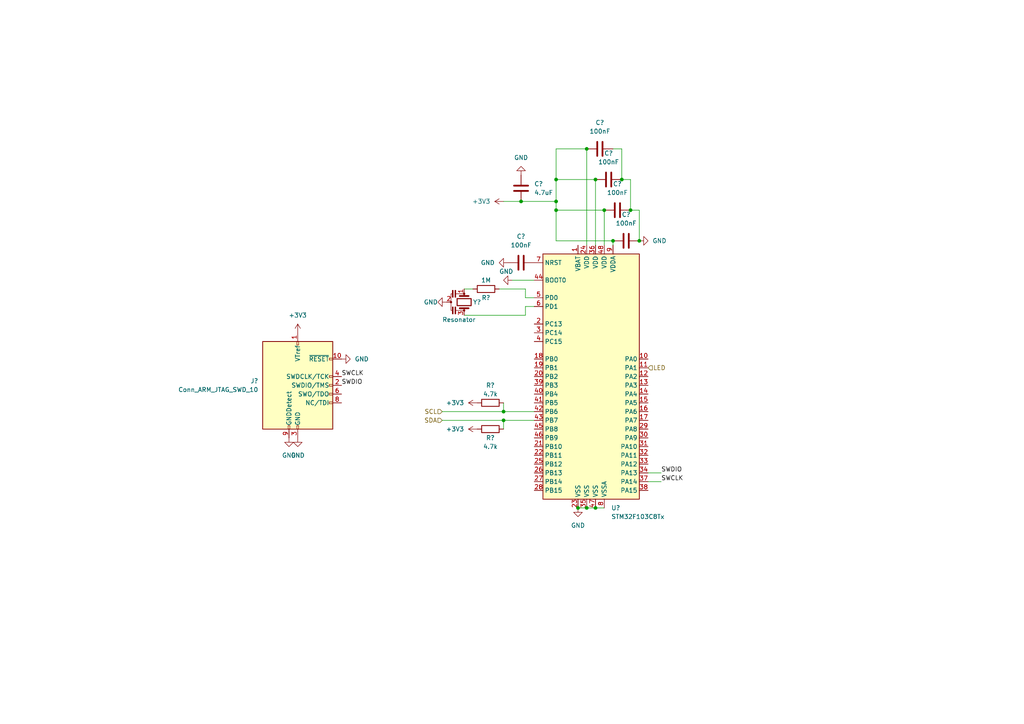
<source format=kicad_sch>
(kicad_sch (version 20230121) (generator eeschema)
  (paper "A4")
  (lib_symbols
    (symbol "Connector:Conn_ARM_JTAG_SWD_10" (pin_names (offset 1.016))
      (property "Reference" "J" (at -2.54 16.51 0))
      (property "Value" "Conn_ARM_JTAG_SWD_10" (at -2.54 13.97 0))
      (symbol "Conn_ARM_JTAG_SWD_10_0_1"
        (rectangle (start -10.16 12.7) (end 10.16 -12.7) (stroke (width 0.254)) (fill (type background)))
        (rectangle (start -2.794 -12.7) (end -2.286 -11.684))
        (rectangle (start -0.254 -12.7) (end 0.254 -11.684))
        (rectangle (start -0.254 12.7) (end 0.254 11.684))
        (rectangle (start 9.144 2.286) (end 10.16 2.794))
        (rectangle (start 10.16 -2.794) (end 9.144 -2.286))
        (rectangle (start 10.16 -0.254) (end 9.144 0.254))
        (rectangle (start 10.16 7.874) (end 9.144 7.366))
      )
      (symbol "Conn_ARM_JTAG_SWD_10_1_1"
        (rectangle (start 9.144 -5.334) (end 10.16 -4.826))
        (pin power_in line (at 0 15.24 270) (length 2.54) (name "VTref") (number "1"))
        (pin open_collector line (at 12.7 7.62 180) (length 2.54) (name "~{RESET}") (number "10"))
        (pin bidirectional line (at 12.7 0 180) (length 2.54) (name "SWDIO/TMS") (number "2"))
        (pin power_in line (at 0 -15.24 90) (length 2.54) (name "GND") (number "3"))
        (pin output line (at 12.7 2.54 180) (length 2.54) (name "SWDCLK/TCK") (number "4"))
        (pin passive line (at 0 -15.24 90) (length 2.54) hide (name "GND") (number "5"))
        (pin input line (at 12.7 -2.54 180) (length 2.54) (name "SWO/TDO") (number "6"))
        (pin no_connect line (at -10.16 0 0) (length 2.54) hide (name "KEY") (number "7"))
        (pin output line (at 12.7 -5.08 180) (length 2.54) (name "NC/TDI") (number "8"))
        (pin passive line (at -2.54 -15.24 90) (length 2.54) (name "GNDDetect") (number "9"))
      )
    )
    (symbol "Device:C" (pin_numbers hide) (pin_names (offset 0.254))
      (property "Reference" "C" (at 0.635 2.54 0))
      (property "Value" "C" (at 0.635 -2.54 0))
      (symbol "C_0_1"
        (polyline (pts (xy -2.032 -0.762) (xy 2.032 -0.762)) (stroke (width 0.508)))
        (polyline (pts (xy -2.032 0.762) (xy 2.032 0.762)) (stroke (width 0.508)))
      )
      (symbol "C_1_1"
        (pin passive line (at 0 3.81 270) (length 2.794) (name "~") (number "1"))
        (pin passive line (at 0 -3.81 90) (length 2.794) (name "~") (number "2"))
      )
    )
    (symbol "Device:R" (pin_numbers hide) (pin_names (offset 0))
      (property "Reference" "R" (at 2.032 0 90))
      (property "Value" "R" (at 0 0 90))
      (symbol "R_0_1"
        (rectangle (start -1.016 -2.54) (end 1.016 2.54) (stroke (width 0.254)))
      )
      (symbol "R_1_1"
        (pin passive line (at 0 3.81 270) (length 1.27) (name "~") (number "1"))
        (pin passive line (at 0 -3.81 90) (length 1.27) (name "~") (number "2"))
      )
    )
    (symbol "Device:Resonator" (pin_names (offset 1.016) hide)
      (property "Reference" "Y" (at 0 5.715 0))
      (property "Value" "Resonator" (at 0 3.81 0))
      (symbol "Resonator_0_1"
        (rectangle (start -3.429 -3.175) (end -1.397 -3.429) (fill (type outline)))
        (rectangle (start -3.429 -2.413) (end -1.397 -2.667) (fill (type outline)))
        (circle (center -2.413 0) (radius 0.254) (fill (type outline)))
        (rectangle (start -1.016 2.032) (end 1.016 -2.032) (stroke (width 0.3048)))
        (circle (center 0 -3.81) (radius 0.254) (fill (type outline)))
        (polyline (pts (xy -2.413 -2.413) (xy -2.413 0)))
        (polyline (pts (xy -1.905 0) (xy -3.175 0)))
        (polyline (pts (xy -1.778 -1.27) (xy -1.778 1.27)) (stroke (width 0.508)))
        (polyline (pts (xy 1.778 -1.27) (xy 1.778 1.27)) (stroke (width 0.508)))
        (polyline (pts (xy 1.905 0) (xy 2.54 0)))
        (polyline (pts (xy 2.413 0) (xy 2.413 -2.54)))
        (polyline (pts (xy 2.413 -3.302) (xy 2.413 -3.81) (xy -2.413 -3.81) (xy -2.413 -3.302)))
        (rectangle (start 1.397 -3.175) (end 3.429 -3.429) (fill (type outline)))
        (rectangle (start 1.397 -2.413) (end 3.429 -2.667) (fill (type outline)))
        (circle (center 2.413 0) (radius 0.254) (fill (type outline)))
      )
      (symbol "Resonator_1_1"
        (pin passive line (at -3.81 0 0) (length 1.27) (name "1") (number "1"))
        (pin passive line (at 0 -5.08 90) (length 1.27) (name "2") (number "2"))
        (pin passive line (at 3.81 0 180) (length 1.27) (name "3") (number "3"))
      )
    )
    (symbol "GND_3" (power) (pin_names (offset 0))
      (property "Value" "GND_3" (at 0 -3.81 0))
      (symbol "GND_3_0_1"
        (polyline (pts (xy 0 0) (xy 0 -1.27) (xy 1.27 -1.27) (xy 0 -2.54) (xy -1.27 -1.27) (xy 0 -1.27)))
      )
      (symbol "GND_3_1_1"
        (pin power_in line (at 0 0 270) (length 0) hide (name "GND") (number "1"))
      )
    )
    (symbol "MCU_ST_STM32F1:STM32F103C8Tx"
      (property "Reference" "U" (at -15.24 36.83 0))
      (property "Value" "STM32F103C8Tx" (at 7.62 36.83 0))
      (symbol "STM32F103C8Tx_0_1"
        (rectangle (start -15.24 -35.56) (end 12.7 35.56) (stroke (width 0.254)) (fill (type background)))
      )
      (symbol "STM32F103C8Tx_1_1"
        (pin power_in line (at -5.08 38.1 270) (length 2.54) (name "VBAT") (number "1"))
        (pin bidirectional line (at 15.24 5.08 180) (length 2.54) (name "PA0") (number "10"))
        (pin bidirectional line (at 15.24 2.54 180) (length 2.54) (name "PA1") (number "11"))
        (pin bidirectional line (at 15.24 0 180) (length 2.54) (name "PA2") (number "12"))
        (pin bidirectional line (at 15.24 -2.54 180) (length 2.54) (name "PA3") (number "13"))
        (pin bidirectional line (at 15.24 -5.08 180) (length 2.54) (name "PA4") (number "14"))
        (pin bidirectional line (at 15.24 -7.62 180) (length 2.54) (name "PA5") (number "15"))
        (pin bidirectional line (at 15.24 -10.16 180) (length 2.54) (name "PA6") (number "16"))
        (pin bidirectional line (at 15.24 -12.7 180) (length 2.54) (name "PA7") (number "17"))
        (pin bidirectional line (at -17.78 5.08 0) (length 2.54) (name "PB0") (number "18"))
        (pin bidirectional line (at -17.78 2.54 0) (length 2.54) (name "PB1") (number "19"))
        (pin bidirectional line (at -17.78 15.24 0) (length 2.54) (name "PC13") (number "2"))
        (pin bidirectional line (at -17.78 0 0) (length 2.54) (name "PB2") (number "20"))
        (pin bidirectional line (at -17.78 -20.32 0) (length 2.54) (name "PB10") (number "21"))
        (pin bidirectional line (at -17.78 -22.86 0) (length 2.54) (name "PB11") (number "22"))
        (pin power_in line (at -5.08 -38.1 90) (length 2.54) (name "VSS") (number "23"))
        (pin power_in line (at -2.54 38.1 270) (length 2.54) (name "VDD") (number "24"))
        (pin bidirectional line (at -17.78 -25.4 0) (length 2.54) (name "PB12") (number "25"))
        (pin bidirectional line (at -17.78 -27.94 0) (length 2.54) (name "PB13") (number "26"))
        (pin bidirectional line (at -17.78 -30.48 0) (length 2.54) (name "PB14") (number "27"))
        (pin bidirectional line (at -17.78 -33.02 0) (length 2.54) (name "PB15") (number "28"))
        (pin bidirectional line (at 15.24 -15.24 180) (length 2.54) (name "PA8") (number "29"))
        (pin bidirectional line (at -17.78 12.7 0) (length 2.54) (name "PC14") (number "3"))
        (pin bidirectional line (at 15.24 -17.78 180) (length 2.54) (name "PA9") (number "30"))
        (pin bidirectional line (at 15.24 -20.32 180) (length 2.54) (name "PA10") (number "31"))
        (pin bidirectional line (at 15.24 -22.86 180) (length 2.54) (name "PA11") (number "32"))
        (pin bidirectional line (at 15.24 -25.4 180) (length 2.54) (name "PA12") (number "33"))
        (pin bidirectional line (at 15.24 -27.94 180) (length 2.54) (name "PA13") (number "34"))
        (pin power_in line (at -2.54 -38.1 90) (length 2.54) (name "VSS") (number "35"))
        (pin power_in line (at 0 38.1 270) (length 2.54) (name "VDD") (number "36"))
        (pin bidirectional line (at 15.24 -30.48 180) (length 2.54) (name "PA14") (number "37"))
        (pin bidirectional line (at 15.24 -33.02 180) (length 2.54) (name "PA15") (number "38"))
        (pin bidirectional line (at -17.78 -2.54 0) (length 2.54) (name "PB3") (number "39"))
        (pin bidirectional line (at -17.78 10.16 0) (length 2.54) (name "PC15") (number "4"))
        (pin bidirectional line (at -17.78 -5.08 0) (length 2.54) (name "PB4") (number "40"))
        (pin bidirectional line (at -17.78 -7.62 0) (length 2.54) (name "PB5") (number "41"))
        (pin bidirectional line (at -17.78 -10.16 0) (length 2.54) (name "PB6") (number "42"))
        (pin bidirectional line (at -17.78 -12.7 0) (length 2.54) (name "PB7") (number "43"))
        (pin input line (at -17.78 27.94 0) (length 2.54) (name "BOOT0") (number "44"))
        (pin bidirectional line (at -17.78 -15.24 0) (length 2.54) (name "PB8") (number "45"))
        (pin bidirectional line (at -17.78 -17.78 0) (length 2.54) (name "PB9") (number "46"))
        (pin power_in line (at 0 -38.1 90) (length 2.54) (name "VSS") (number "47"))
        (pin power_in line (at 2.54 38.1 270) (length 2.54) (name "VDD") (number "48"))
        (pin input line (at -17.78 22.86 0) (length 2.54) (name "PD0") (number "5"))
        (pin input line (at -17.78 20.32 0) (length 2.54) (name "PD1") (number "6"))
        (pin input line (at -17.78 33.02 0) (length 2.54) (name "NRST") (number "7"))
        (pin power_in line (at 2.54 -38.1 90) (length 2.54) (name "VSSA") (number "8"))
        (pin power_in line (at 5.08 38.1 270) (length 2.54) (name "VDDA") (number "9"))
      )
    )
    (symbol "power:+3V3" (power) (pin_names (offset 0))
      (property "Value" "+3V3" (at 0 3.556 0))
      (symbol "+3V3_0_1"
        (polyline (pts (xy -0.762 1.27) (xy 0 2.54)))
        (polyline (pts (xy 0 0) (xy 0 2.54)))
        (polyline (pts (xy 0 2.54) (xy 0.762 1.27)))
      )
      (symbol "+3V3_1_1"
        (pin power_in line (at 0 0 90) (length 0) hide (name "+3V3") (number "1"))
      )
    )
    (symbol "power:GND" (power) (pin_names (offset 0))
      (property "Value" "GND" (at 0 -3.81 0))
      (symbol "GND_0_1"
        (polyline (pts (xy 0 0) (xy 0 -1.27) (xy 1.27 -1.27) (xy 0 -2.54) (xy -1.27 -1.27) (xy 0 -1.27)))
      )
      (symbol "GND_1_1"
        (pin power_in line (at 0 0 270) (length 0) hide (name "GND") (number "1"))
      )
    )
  )
  (junction (at 172.72 52.07))
  (junction (at 182.88 60.96))
  (junction (at 177.8 69.85))
  (junction (at 180.34 52.07))
  (junction (at 167.64 147.32))
  (junction (at 170.18 147.32))
  (junction (at 172.72 147.32))
  (junction (at 175.26 60.96))
  (junction (at 170.18 43.18))
  (junction (at 146.05 119.38))
  (junction (at 161.29 58.42))
  (junction (at 151.13 58.42))
  (junction (at 161.29 60.96))
  (junction (at 185.42 69.85))
  (junction (at 161.29 52.07))
  (junction (at 146.05 121.92))
  (wire (pts (xy 152.4 86.36) (xy 152.4 83.82)))
  (wire (pts (xy 146.05 121.92) (xy 154.94 121.92)))
  (wire (pts (xy 152.4 88.9) (xy 154.94 88.9)))
  (wire (pts (xy 161.29 43.18) (xy 170.18 43.18)))
  (wire (pts (xy 128.27 119.38) (xy 146.05 119.38)))
  (wire (pts (xy 134.62 91.44) (xy 152.4 91.44)))
  (wire (pts (xy 182.88 60.96) (xy 182.88 52.07)))
  (wire (pts (xy 151.13 58.42) (xy 161.29 58.42)))
  (wire (pts (xy 191.77 137.16) (xy 187.96 137.16)))
  (wire (pts (xy 146.05 119.38) (xy 154.94 119.38)))
  (wire (pts (xy 180.34 43.18) (xy 177.8 43.18)))
  (wire (pts (xy 185.42 69.85) (xy 185.42 60.96)))
  (wire (pts (xy 175.26 60.96) (xy 175.26 71.12)))
  (wire (pts (xy 152.4 91.44) (xy 152.4 88.9)))
  (wire (pts (xy 161.29 52.07) (xy 161.29 58.42)))
  (wire (pts (xy 161.29 52.07) (xy 172.72 52.07)))
  (wire (pts (xy 161.29 60.96) (xy 175.26 60.96)))
  (wire (pts (xy 182.88 52.07) (xy 180.34 52.07)))
  (wire (pts (xy 161.29 58.42) (xy 161.29 60.96)))
  (wire (pts (xy 146.05 121.92) (xy 146.05 124.46)))
  (wire (pts (xy 148.59 81.28) (xy 154.94 81.28)))
  (wire (pts (xy 172.72 147.32) (xy 175.26 147.32)))
  (wire (pts (xy 172.72 52.07) (xy 172.72 71.12)))
  (wire (pts (xy 144.78 83.82) (xy 152.4 83.82)))
  (wire (pts (xy 146.05 116.84) (xy 146.05 119.38)))
  (wire (pts (xy 134.62 83.82) (xy 137.16 83.82)))
  (wire (pts (xy 161.29 60.96) (xy 161.29 69.85)))
  (wire (pts (xy 180.34 52.07) (xy 180.34 43.18)))
  (wire (pts (xy 191.77 139.7) (xy 187.96 139.7)))
  (wire (pts (xy 128.27 121.92) (xy 146.05 121.92)))
  (wire (pts (xy 170.18 147.32) (xy 172.72 147.32)))
  (wire (pts (xy 161.29 69.85) (xy 177.8 69.85)))
  (wire (pts (xy 152.4 86.36) (xy 154.94 86.36)))
  (wire (pts (xy 167.64 147.32) (xy 170.18 147.32)))
  (wire (pts (xy 185.42 60.96) (xy 182.88 60.96)))
  (wire (pts (xy 170.18 43.18) (xy 170.18 71.12)))
  (wire (pts (xy 177.8 69.85) (xy 177.8 71.12)))
  (wire (pts (xy 146.05 58.42) (xy 151.13 58.42)))
  (wire (pts (xy 161.29 43.18) (xy 161.29 52.07)))
  (label "SWDIO" (at 99.06 111.76 0))
  (label "SWDIO" (at 191.77 137.16 0))
  (label "SWCLK" (at 99.06 109.22 0))
  (label "SWCLK" (at 191.77 139.7 0))
  (hierarchical_label "SDA" (shape input) (at 128.27 121.92 180))
  (hierarchical_label "LED" (shape input) (at 187.96 106.68 0))
  (hierarchical_label "SCL" (shape input) (at 128.27 119.38 180))
  (symbol (lib_id "power:GND") (at 99.06 104.14 90) (unit 1)
    (property "Reference" "#PWR?" (effects hide))
    (property "Value" "GND" (at 102.87 104.1399 90) (effects (justify right)))
    (instances (project "skydiving-altimeter" (path "" (reference "#PWR?") (unit 1))) (project "Example" (path "" (reference "#PWR04") (unit 1))))
  )
  (symbol (lib_name "GND_3") (lib_id "power:GND") (at 129.54 87.63 270) (unit 1)
    (property "Reference" "#PWR?" (effects hide))
    (property "Value" "GND" (at 127 87.63 90) (effects (justify right)))
    (instances (project "skydiving-altimeter" (path "" (reference "#PWR?") (unit 1))) (project "Example" (path "" (reference "#PWR05") (unit 1))))
  )
  (symbol (lib_id "power:GND") (at 167.64 147.32 0) (unit 1)
    (property "Reference" "#PWR?" (effects hide))
    (property "Value" "GND" (at 167.64 152.4 0))
    (instances (project "skydiving-altimeter" (path "" (reference "#PWR?") (unit 1))) (project "Example" (path "" (reference "#PWR012") (unit 1))))
  )
  (symbol (lib_id "power:GND") (at 86.36 127 0) (unit 1)
    (property "Reference" "#PWR?" (effects hide))
    (property "Value" "GND" (at 86.36 132.08 0))
    (instances (project "skydiving-altimeter" (path "" (reference "#PWR?") (unit 1))) (project "Example" (path "" (reference "#PWR03") (unit 1))))
  )
  (symbol (lib_id "Device:R") (at 142.24 124.46 270) (unit 1)
    (property "Reference" "R?" (at 142.24 127 90))
    (property "Value" "4.7k" (at 142.24 129.54 90))
    (property "Footprint" "Resistor_SMD:R_0402_1005Metric" (effects hide))
    (instances (project "skydiving-altimeter" (path "" (reference "R?") (unit 1))) (project "Example" (path "" (reference "R3") (unit 1))))
  )
  (symbol (lib_id "power:GND") (at 148.59 81.28 270) (unit 1)
    (property "Reference" "#PWR?" (effects hide))
    (property "Value" "GND" (at 144.78 78.74 90) (effects (justify left)))
    (instances (project "skydiving-altimeter" (path "" (reference "#PWR?") (unit 1))) (project "Example" (path "" (reference "#PWR010") (unit 1))))
  )
  (symbol (lib_id "Device:C") (at 176.53 52.07 270) (unit 1)
    (property "Reference" "C?" (at 176.53 44.45 90))
    (property "Value" "100nF" (at 176.53 46.99 90))
    (property "Footprint" "Capacitor_SMD:C_0805_2012Metric" (effects hide))
    (instances (project "skydiving-altimeter" (path "" (reference "C?") (unit 1))) (project "Example" (path "" (reference "C4") (unit 1))))
  )
  (symbol (lib_id "MCU_ST_STM32F1:STM32F103C8Tx") (at 172.72 109.22 0) (unit 1)
    (property "Reference" "U?" (at 177.2794 147.32 0) (effects (justify left)))
    (property "Value" "STM32F103C8Tx" (at 177.2794 149.86 0) (effects (justify left)))
    (property "Footprint" "Package_QFP:LQFP-48_7x7mm_P0.5mm" (effects hide))
    (property "Datasheet" "http://www.st.com/st-web-ui/static/active/en/resource/technical/document/datasheet/CD00161566.pdf" (effects hide))
    (instances (project "skydiving-altimeter" (path "" (reference "U?") (unit 1))) (project "Example" (path "" (reference "U1") (unit 1))))
  )
  (symbol (lib_id "Device:Resonator") (at 134.62 87.63 270) (unit 1)
    (property "Reference" "Y?" (at 137.16 87.63 90) (effects (justify left)))
    (property "Value" "Resonator" (at 128.27 92.71 90) (effects (justify left)))
    (property "Footprint" "JGC42-8828A_CSTNE10M0G550000R0:JGC42-8828A_CSTNE10M0G550000R0" (effects hide))
    (instances (project "skydiving-altimeter" (path "" (reference "Y?") (unit 1))) (project "Example" (path "" (reference "Y1") (unit 1))))
  )
  (symbol (lib_id "power:GND") (at 185.42 69.85 90) (unit 1)
    (property "Reference" "#PWR?" (effects hide))
    (property "Value" "GND" (at 189.23 69.8499 90) (effects (justify right)))
    (instances (project "skydiving-altimeter" (path "" (reference "#PWR?") (unit 1))) (project "Example" (path "" (reference "#PWR013") (unit 1))))
  )
  (symbol (lib_id "Device:R") (at 142.24 116.84 270) (unit 1)
    (property "Reference" "R?" (at 142.24 111.76 90))
    (property "Value" "4.7k" (at 142.24 114.3 90))
    (property "Footprint" "Resistor_SMD:R_0402_1005Metric" (effects hide))
    (instances (project "skydiving-altimeter" (path "" (reference "R?") (unit 1))) (project "Example" (path "" (reference "R2") (unit 1))))
  )
  (symbol (lib_id "Connector:Conn_ARM_JTAG_SWD_10") (at 86.36 111.76 0) (unit 1)
    (property "Reference" "J?" (at 74.93 110.4899 0) (effects (justify right)))
    (property "Value" "Conn_ARM_JTAG_SWD_10" (at 74.93 113.0299 0) (effects (justify right)))
    (property "Footprint" "Connector_PinHeader_1.27mm:PinHeader_2x05_P1.27mm_Vertical_SMD" (effects hide))
    (property "Datasheet" "http://infocenter.arm.com/help/topic/com.arm.doc.ddi0314h/DDI0314H_coresight_components_trm.pdf" (effects hide))
    (instances (project "skydiving-altimeter" (path "" (reference "J?") (unit 1))) (project "Example" (path "" (reference "J1") (unit 1))))
  )
  (symbol (lib_id "power:GND") (at 83.82 127 0) (unit 1)
    (property "Reference" "#PWR?" (effects hide))
    (property "Value" "GND" (at 83.82 132.08 0))
    (instances (project "skydiving-altimeter" (path "" (reference "#PWR?") (unit 1))) (project "Example" (path "" (reference "#PWR01") (unit 1))))
  )
  (symbol (lib_id "Device:C") (at 179.07 60.96 270) (unit 1)
    (property "Reference" "C?" (at 179.07 53.34 90))
    (property "Value" "100nF" (at 179.07 55.88 90))
    (property "Footprint" "Capacitor_SMD:C_0805_2012Metric" (effects hide))
    (instances (project "skydiving-altimeter" (path "" (reference "C?") (unit 1))) (project "Example" (path "" (reference "C5") (unit 1))))
  )
  (symbol (lib_id "power:+3V3") (at 138.43 124.46 90) (unit 1)
    (property "Reference" "#PWR?" (effects hide))
    (property "Value" "+3V3" (at 134.62 124.4599 90) (effects (justify left)))
    (instances (project "skydiving-altimeter" (path "" (reference "#PWR?") (unit 1))) (project "Example" (path "" (reference "#PWR07") (unit 1))))
  )
  (symbol (lib_id "Device:C") (at 181.61 69.85 270) (unit 1)
    (property "Reference" "C?" (at 181.61 62.23 90))
    (property "Value" "100nF" (at 181.61 64.77 90))
    (property "Footprint" "Capacitor_SMD:C_0805_2012Metric" (effects hide))
    (instances (project "skydiving-altimeter" (path "" (reference "C?") (unit 1))) (project "Example" (path "" (reference "C6") (unit 1))))
  )
  (symbol (lib_id "power:+3V3") (at 138.43 116.84 90) (unit 1)
    (property "Reference" "#PWR?" (effects hide))
    (property "Value" "+3V3" (at 134.62 116.8399 90) (effects (justify left)))
    (instances (project "skydiving-altimeter" (path "" (reference "#PWR?") (unit 1))) (project "Example" (path "" (reference "#PWR06") (unit 1))))
  )
  (symbol (lib_id "Device:R") (at 140.97 83.82 270) (unit 1)
    (property "Reference" "R?" (at 140.97 86.36 90))
    (property "Value" "1M" (at 140.97 81.28 90))
    (property "Footprint" "Resistor_SMD:R_0805_2012Metric" (effects hide))
    (instances (project "skydiving-altimeter" (path "" (reference "R?") (unit 1))) (project "Example" (path "" (reference "R1") (unit 1))))
  )
  (symbol (lib_id "Device:C") (at 151.13 54.61 0) (unit 1)
    (property "Reference" "C?" (at 154.94 53.3399 0) (effects (justify left)))
    (property "Value" "4.7uF" (at 154.94 55.8799 0) (effects (justify left)))
    (property "Footprint" "Capacitor_SMD:C_0805_2012Metric" (effects hide))
    (instances (project "skydiving-altimeter" (path "" (reference "C?") (unit 1))) (project "Example" (path "" (reference "C1") (unit 1))))
  )
  (symbol (lib_id "power:+3V3") (at 146.05 58.42 90) (unit 1)
    (property "Reference" "#PWR?" (effects hide))
    (property "Value" "+3V3" (at 142.24 58.4199 90) (effects (justify left)))
    (instances (project "skydiving-altimeter" (path "" (reference "#PWR?") (unit 1))) (project "Example" (path "" (reference "#PWR08") (unit 1))))
  )
  (symbol (lib_id "power:+3V3") (at 86.36 96.52 0) (unit 1)
    (property "Reference" "#PWR?" (effects hide))
    (property "Value" "+3V3" (at 86.36 91.44 0))
    (instances (project "skydiving-altimeter" (path "" (reference "#PWR?") (unit 1))) (project "Example" (path "" (reference "#PWR02") (unit 1))))
  )
  (symbol (lib_id "Device:C") (at 151.13 76.2 270) (unit 1)
    (property "Reference" "C?" (at 151.13 68.58 90))
    (property "Value" "100nF" (at 151.13 71.12 90))
    (property "Footprint" "Capacitor_SMD:C_0805_2012Metric" (effects hide))
    (instances (project "skydiving-altimeter" (path "" (reference "C?") (unit 1))) (project "Example" (path "" (reference "C2") (unit 1))))
  )
  (symbol (lib_id "Device:C") (at 173.99 43.18 270) (unit 1)
    (property "Reference" "C?" (at 173.99 35.56 90))
    (property "Value" "100nF" (at 173.99 38.1 90))
    (property "Footprint" "Capacitor_SMD:C_0805_2012Metric" (effects hide))
    (instances (project "skydiving-altimeter" (path "" (reference "C?") (unit 1))) (project "Example" (path "" (reference "C3") (unit 1))))
  )
  (symbol (lib_id "power:GND") (at 147.32 76.2 270) (unit 1)
    (property "Reference" "#PWR?" (effects hide))
    (property "Value" "GND" (at 143.51 76.1999 90) (effects (justify right)))
    (instances (project "skydiving-altimeter" (path "" (reference "#PWR?") (unit 1))) (project "Example" (path "" (reference "#PWR09") (unit 1))))
  )
  (symbol (lib_id "power:GND") (at 151.13 50.8 0) (mirror x) (unit 1)
    (property "Reference" "#PWR?" (effects hide))
    (property "Value" "GND" (at 151.13 45.72 0))
    (instances (project "skydiving-altimeter" (path "" (reference "#PWR?") (unit 1))) (project "Example" (path "" (reference "#PWR011") (unit 1))))
  )
)
</source>
